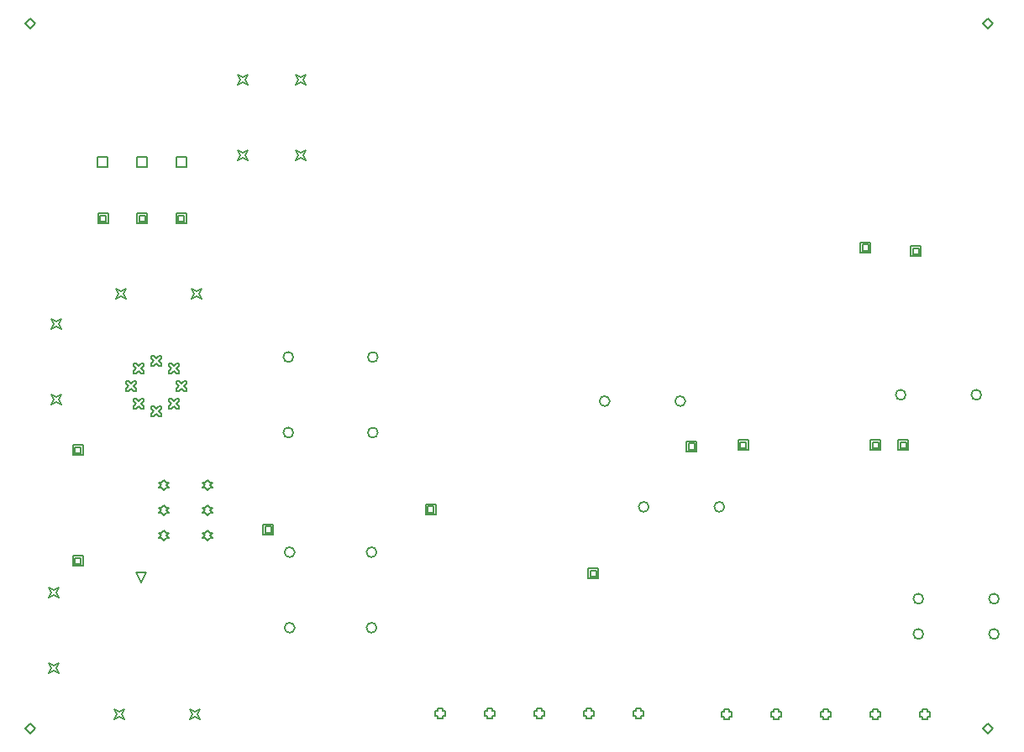
<source format=gbr>
%TF.GenerationSoftware,Altium Limited,Altium Designer,19.1.9 (167)*%
G04 Layer_Color=2752767*
%FSLAX26Y26*%
%MOIN*%
%TF.FileFunction,Drawing*%
%TF.Part,Single*%
G01*
G75*
%TA.AperFunction,NonConductor*%
%ADD84C,0.005000*%
%ADD85C,0.006667*%
D84*
X368189Y2330000D02*
Y2370000D01*
X408189D01*
Y2330000D01*
X368189D01*
X524095D02*
Y2370000D01*
X564095D01*
Y2330000D01*
X524095D01*
X680000D02*
Y2370000D01*
X720000D01*
Y2330000D01*
X680000D01*
X540000Y680000D02*
X520000Y720000D01*
X560000D01*
X540000Y680000D01*
X805000Y1045000D02*
X815000Y1055000D01*
X825000D01*
X815000Y1065000D01*
X825000Y1075000D01*
X815000D01*
X805000Y1085000D01*
X795000Y1075000D01*
X785000D01*
X795000Y1065000D01*
X785000Y1055000D01*
X795000D01*
X805000Y1045000D01*
Y945000D02*
X815000Y955000D01*
X825000D01*
X815000Y965000D01*
X825000Y975000D01*
X815000D01*
X805000Y985000D01*
X795000Y975000D01*
X785000D01*
X795000Y965000D01*
X785000Y955000D01*
X795000D01*
X805000Y945000D01*
Y845000D02*
X815000Y855000D01*
X825000D01*
X815000Y865000D01*
X825000Y875000D01*
X815000D01*
X805000Y885000D01*
X795000Y875000D01*
X785000D01*
X795000Y865000D01*
X785000Y855000D01*
X795000D01*
X805000Y845000D01*
X630000Y1045000D02*
X640000Y1055000D01*
X650000D01*
X640000Y1065000D01*
X650000Y1075000D01*
X640000D01*
X630000Y1085000D01*
X620000Y1075000D01*
X610000D01*
X620000Y1065000D01*
X610000Y1055000D01*
X620000D01*
X630000Y1045000D01*
Y945000D02*
X640000Y955000D01*
X650000D01*
X640000Y965000D01*
X650000Y975000D01*
X640000D01*
X630000Y985000D01*
X620000Y975000D01*
X610000D01*
X620000Y965000D01*
X610000Y955000D01*
X620000D01*
X630000Y945000D01*
Y845000D02*
X640000Y855000D01*
X650000D01*
X640000Y865000D01*
X650000Y875000D01*
X640000D01*
X630000Y885000D01*
X620000Y875000D01*
X610000D01*
X620000Y865000D01*
X610000Y855000D01*
X620000D01*
X630000Y845000D01*
X735000Y135000D02*
X745000Y155000D01*
X735000Y175000D01*
X755000Y165000D01*
X775000Y175000D01*
X765000Y155000D01*
X775000Y135000D01*
X755000Y145000D01*
X735000Y135000D01*
X435000D02*
X445000Y155000D01*
X435000Y175000D01*
X455000Y165000D01*
X475000Y175000D01*
X465000Y155000D01*
X475000Y135000D01*
X455000Y145000D01*
X435000Y135000D01*
X175000Y620000D02*
X185000Y640000D01*
X175000Y660000D01*
X195000Y650000D01*
X215000Y660000D01*
X205000Y640000D01*
X215000Y620000D01*
X195000Y630000D01*
X175000Y620000D01*
Y320000D02*
X185000Y340000D01*
X175000Y360000D01*
X195000Y350000D01*
X215000Y360000D01*
X205000Y340000D01*
X215000Y320000D01*
X195000Y330000D01*
X175000Y320000D01*
X925000Y2355000D02*
X935000Y2375000D01*
X925000Y2395000D01*
X945000Y2385000D01*
X965000Y2395000D01*
X955000Y2375000D01*
X965000Y2355000D01*
X945000Y2365000D01*
X925000Y2355000D01*
Y2655000D02*
X935000Y2675000D01*
X925000Y2695000D01*
X945000Y2685000D01*
X965000Y2695000D01*
X955000Y2675000D01*
X965000Y2655000D01*
X945000Y2665000D01*
X925000Y2655000D01*
X1155000Y2355000D02*
X1165000Y2375000D01*
X1155000Y2395000D01*
X1175000Y2385000D01*
X1195000Y2395000D01*
X1185000Y2375000D01*
X1195000Y2355000D01*
X1175000Y2365000D01*
X1155000Y2355000D01*
Y2655000D02*
X1165000Y2675000D01*
X1155000Y2695000D01*
X1175000Y2685000D01*
X1195000Y2695000D01*
X1185000Y2675000D01*
X1195000Y2655000D01*
X1175000Y2665000D01*
X1155000Y2655000D01*
X740000Y1805000D02*
X750000Y1825000D01*
X740000Y1845000D01*
X760000Y1835000D01*
X780000Y1845000D01*
X770000Y1825000D01*
X780000Y1805000D01*
X760000Y1815000D01*
X740000Y1805000D01*
X440000D02*
X450000Y1825000D01*
X440000Y1845000D01*
X460000Y1835000D01*
X480000Y1845000D01*
X470000Y1825000D01*
X480000Y1805000D01*
X460000Y1815000D01*
X440000Y1805000D01*
X185000Y1385000D02*
X195000Y1405000D01*
X185000Y1425000D01*
X205000Y1415000D01*
X225000Y1425000D01*
X215000Y1405000D01*
X225000Y1385000D01*
X205000Y1395000D01*
X185000Y1385000D01*
Y1685000D02*
X195000Y1705000D01*
X185000Y1725000D01*
X205000Y1715000D01*
X225000Y1725000D01*
X215000Y1705000D01*
X225000Y1685000D01*
X205000Y1695000D01*
X185000Y1685000D01*
X3248150Y145000D02*
Y135000D01*
X3268150D01*
Y145000D01*
X3278150D01*
Y165000D01*
X3268150D01*
Y175000D01*
X3248150D01*
Y165000D01*
X3238150D01*
Y145000D01*
X3248150D01*
X3445000D02*
Y135000D01*
X3465000D01*
Y145000D01*
X3475000D01*
Y165000D01*
X3465000D01*
Y175000D01*
X3445000D01*
Y165000D01*
X3435000D01*
Y145000D01*
X3445000D01*
X3641850D02*
Y135000D01*
X3661850D01*
Y145000D01*
X3671850D01*
Y165000D01*
X3661850D01*
Y175000D01*
X3641850D01*
Y165000D01*
X3631850D01*
Y145000D01*
X3641850D01*
X3051300D02*
Y135000D01*
X3071300D01*
Y145000D01*
X3081300D01*
Y165000D01*
X3071300D01*
Y175000D01*
X3051300D01*
Y165000D01*
X3041300D01*
Y145000D01*
X3051300D01*
X2854450D02*
Y135000D01*
X2874450D01*
Y145000D01*
X2884450D01*
Y165000D01*
X2874450D01*
Y175000D01*
X2854450D01*
Y165000D01*
X2844450D01*
Y145000D01*
X2854450D01*
X2111850Y150000D02*
Y140000D01*
X2131850D01*
Y150000D01*
X2141850D01*
Y170000D01*
X2131850D01*
Y180000D01*
X2111850D01*
Y170000D01*
X2101850D01*
Y150000D01*
X2111850D01*
X1915000D02*
Y140000D01*
X1935000D01*
Y150000D01*
X1945000D01*
Y170000D01*
X1935000D01*
Y180000D01*
X1915000D01*
Y170000D01*
X1905000D01*
Y150000D01*
X1915000D01*
X1718150D02*
Y140000D01*
X1738150D01*
Y150000D01*
X1748150D01*
Y170000D01*
X1738150D01*
Y180000D01*
X1718150D01*
Y170000D01*
X1708150D01*
Y150000D01*
X1718150D01*
X2308700D02*
Y140000D01*
X2328700D01*
Y150000D01*
X2338700D01*
Y170000D01*
X2328700D01*
Y180000D01*
X2308700D01*
Y170000D01*
X2298700D01*
Y150000D01*
X2308700D01*
X2505550D02*
Y140000D01*
X2525550D01*
Y150000D01*
X2535550D01*
Y170000D01*
X2525550D01*
Y180000D01*
X2505550D01*
Y170000D01*
X2495550D01*
Y150000D01*
X2505550D01*
X509290Y1369290D02*
X519290D01*
X529290Y1379290D01*
X539290Y1369290D01*
X549290D01*
Y1379290D01*
X539290Y1389290D01*
X549290Y1399290D01*
Y1409290D01*
X539290D01*
X529290Y1399290D01*
X519290Y1409290D01*
X509290D01*
Y1399290D01*
X519290Y1389290D01*
X509290Y1379290D01*
Y1369290D01*
X650710D02*
X660710D01*
X670710Y1379290D01*
X680710Y1369290D01*
X690710D01*
Y1379290D01*
X680710Y1389290D01*
X690710Y1399290D01*
Y1409290D01*
X680710D01*
X670710Y1399290D01*
X660710Y1409290D01*
X650710D01*
Y1399290D01*
X660710Y1389290D01*
X650710Y1379290D01*
Y1369290D01*
Y1510710D02*
X660710D01*
X670710Y1520710D01*
X680710Y1510710D01*
X690710D01*
Y1520710D01*
X680710Y1530710D01*
X690710Y1540710D01*
Y1550710D01*
X680710D01*
X670710Y1540710D01*
X660710Y1550710D01*
X650710D01*
Y1540710D01*
X660710Y1530710D01*
X650710Y1520710D01*
Y1510710D01*
X509290D02*
X519290D01*
X529290Y1520710D01*
X539290Y1510710D01*
X549290D01*
Y1520710D01*
X539290Y1530710D01*
X549290Y1540710D01*
Y1550710D01*
X539290D01*
X529290Y1540710D01*
X519290Y1550710D01*
X509290D01*
Y1540710D01*
X519290Y1530710D01*
X509290Y1520710D01*
Y1510710D01*
X480000Y1440000D02*
X490000D01*
X500000Y1450000D01*
X510000Y1440000D01*
X520000D01*
Y1450000D01*
X510000Y1460000D01*
X520000Y1470000D01*
Y1480000D01*
X510000D01*
X500000Y1470000D01*
X490000Y1480000D01*
X480000D01*
Y1470000D01*
X490000Y1460000D01*
X480000Y1450000D01*
Y1440000D01*
X680000D02*
X690000D01*
X700000Y1450000D01*
X710000Y1440000D01*
X720000D01*
Y1450000D01*
X710000Y1460000D01*
X720000Y1470000D01*
Y1480000D01*
X710000D01*
X700000Y1470000D01*
X690000Y1480000D01*
X680000D01*
Y1470000D01*
X690000Y1460000D01*
X680000Y1450000D01*
Y1440000D01*
X580000Y1540000D02*
X590000D01*
X600000Y1550000D01*
X610000Y1540000D01*
X620000D01*
Y1550000D01*
X610000Y1560000D01*
X620000Y1570000D01*
Y1580000D01*
X610000D01*
X600000Y1570000D01*
X590000Y1580000D01*
X580000D01*
Y1570000D01*
X590000Y1560000D01*
X580000Y1550000D01*
Y1540000D01*
Y1340000D02*
X590000D01*
X600000Y1350000D01*
X610000Y1340000D01*
X620000D01*
Y1350000D01*
X610000Y1360000D01*
X620000Y1370000D01*
Y1380000D01*
X610000D01*
X600000Y1370000D01*
X590000Y1380000D01*
X580000D01*
Y1370000D01*
X590000Y1360000D01*
X580000Y1350000D01*
Y1340000D01*
X3880000Y100000D02*
X3900000Y120000D01*
X3920000Y100000D01*
X3900000Y80000D01*
X3880000Y100000D01*
Y2900000D02*
X3900000Y2920000D01*
X3920000Y2900000D01*
X3900000Y2880000D01*
X3880000Y2900000D01*
X80000Y100000D02*
X100000Y120000D01*
X120000Y100000D01*
X100000Y80000D01*
X80000Y100000D01*
Y2900000D02*
X100000Y2920000D01*
X120000Y2900000D01*
X100000Y2880000D01*
X80000Y2900000D01*
X1670000Y950000D02*
Y990000D01*
X1710000D01*
Y950000D01*
X1670000D01*
X1678000Y958000D02*
Y982000D01*
X1702000D01*
Y958000D01*
X1678000D01*
X270000Y745000D02*
Y785000D01*
X310000D01*
Y745000D01*
X270000D01*
X278000Y753000D02*
Y777000D01*
X302000D01*
Y753000D01*
X278000D01*
X3395000Y1990000D02*
Y2030000D01*
X3435000D01*
Y1990000D01*
X3395000D01*
X3403000Y1998000D02*
Y2022000D01*
X3427000D01*
Y1998000D01*
X3403000D01*
X2705000Y1200000D02*
Y1240000D01*
X2745000D01*
Y1200000D01*
X2705000D01*
X2713000Y1208000D02*
Y1232000D01*
X2737000D01*
Y1208000D01*
X2713000D01*
X3545000Y1205000D02*
Y1245000D01*
X3585000D01*
Y1205000D01*
X3545000D01*
X3553000Y1213000D02*
Y1237000D01*
X3577000D01*
Y1213000D01*
X3553000D01*
X270000Y1185000D02*
Y1225000D01*
X310000D01*
Y1185000D01*
X270000D01*
X278000Y1193000D02*
Y1217000D01*
X302000D01*
Y1193000D01*
X278000D01*
X1025000Y870000D02*
Y910000D01*
X1065000D01*
Y870000D01*
X1025000D01*
X1033000Y878000D02*
Y902000D01*
X1057000D01*
Y878000D01*
X1033000D01*
X2910000Y1205000D02*
Y1245000D01*
X2950000D01*
Y1205000D01*
X2910000D01*
X2918000Y1213000D02*
Y1237000D01*
X2942000D01*
Y1213000D01*
X2918000D01*
X3595000Y1975000D02*
Y2015000D01*
X3635000D01*
Y1975000D01*
X3595000D01*
X3603000Y1983000D02*
Y2007000D01*
X3627000D01*
Y1983000D01*
X3603000D01*
X3435000Y1205000D02*
Y1245000D01*
X3475000D01*
Y1205000D01*
X3435000D01*
X3443000Y1213000D02*
Y1237000D01*
X3467000D01*
Y1213000D01*
X3443000D01*
X2315000Y695000D02*
Y735000D01*
X2355000D01*
Y695000D01*
X2315000D01*
X2323000Y703000D02*
Y727000D01*
X2347000D01*
Y703000D01*
X2323000D01*
X680000Y2105000D02*
Y2145000D01*
X720000D01*
Y2105000D01*
X680000D01*
X688000Y2113000D02*
Y2137000D01*
X712000D01*
Y2113000D01*
X688000D01*
X525000Y2105000D02*
Y2145000D01*
X565000D01*
Y2105000D01*
X525000D01*
X533000Y2113000D02*
Y2137000D01*
X557000D01*
Y2113000D01*
X533000D01*
X370000Y2105000D02*
Y2145000D01*
X410000D01*
Y2105000D01*
X370000D01*
X378000Y2113000D02*
Y2137000D01*
X402000D01*
Y2113000D01*
X378000D01*
D85*
X2855000Y980000D02*
G03*
X2855000Y980000I-20000J0D01*
G01*
X2555000D02*
G03*
X2555000Y980000I-20000J0D01*
G01*
X2400000Y1400000D02*
G03*
X2400000Y1400000I-20000J0D01*
G01*
X2700000D02*
G03*
X2700000Y1400000I-20000J0D01*
G01*
X3575000Y1425000D02*
G03*
X3575000Y1425000I-20000J0D01*
G01*
X3875000D02*
G03*
X3875000Y1425000I-20000J0D01*
G01*
X3645000Y615000D02*
G03*
X3645000Y615000I-20000J0D01*
G01*
X3945000D02*
G03*
X3945000Y615000I-20000J0D01*
G01*
Y475000D02*
G03*
X3945000Y475000I-20000J0D01*
G01*
X3645000D02*
G03*
X3645000Y475000I-20000J0D01*
G01*
X1480000Y1575000D02*
G03*
X1480000Y1575000I-20000J0D01*
G01*
Y1275000D02*
G03*
X1480000Y1275000I-20000J0D01*
G01*
X1475000Y800000D02*
G03*
X1475000Y800000I-20000J0D01*
G01*
Y500000D02*
G03*
X1475000Y500000I-20000J0D01*
G01*
X1145000Y1575000D02*
G03*
X1145000Y1575000I-20000J0D01*
G01*
Y1275000D02*
G03*
X1145000Y1275000I-20000J0D01*
G01*
X1150000Y800000D02*
G03*
X1150000Y800000I-20000J0D01*
G01*
Y500000D02*
G03*
X1150000Y500000I-20000J0D01*
G01*
%TF.MD5,36cc46e685bca176518949bac7f369ce*%
M02*

</source>
